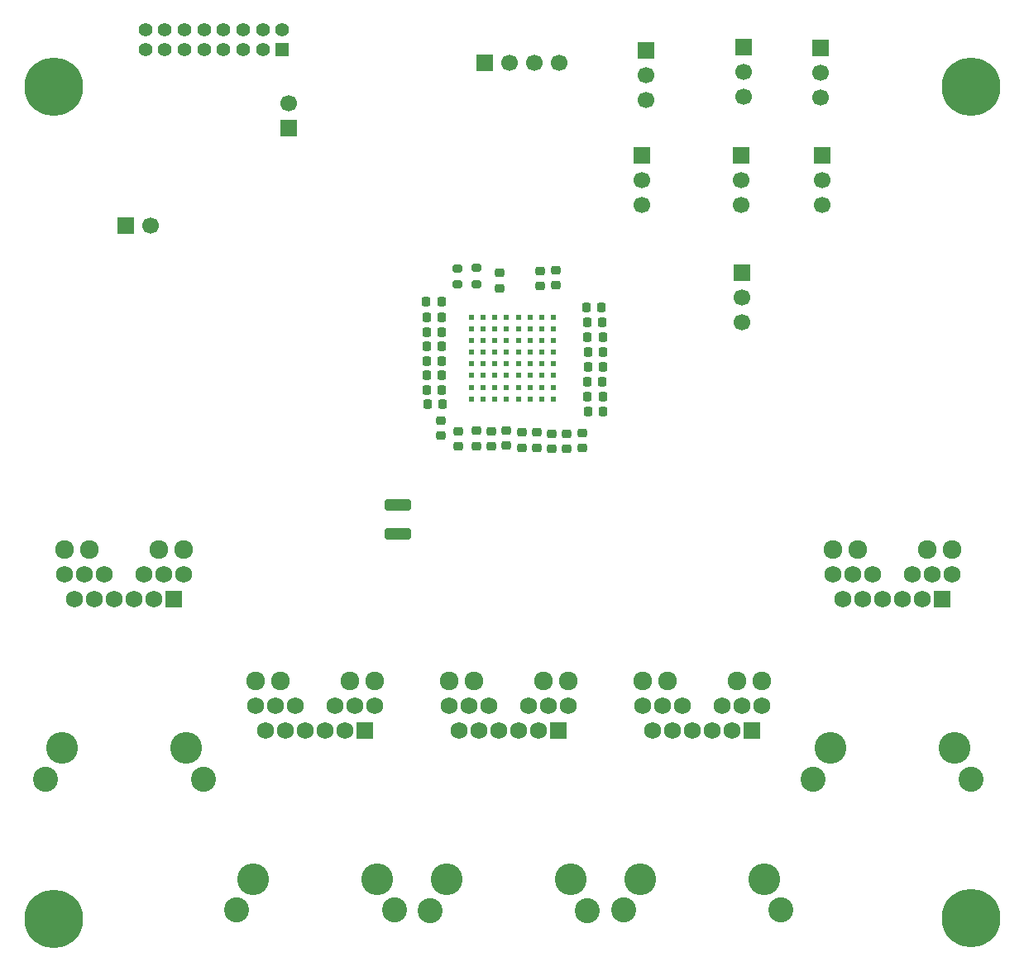
<source format=gbr>
%TF.GenerationSoftware,KiCad,Pcbnew,9.0.4*%
%TF.CreationDate,2025-09-18T12:22:58-07:00*%
%TF.ProjectId,periph_ethernet_switch,70657269-7068-45f6-9574-6865726e6574,rev?*%
%TF.SameCoordinates,Original*%
%TF.FileFunction,Soldermask,Bot*%
%TF.FilePolarity,Negative*%
%FSLAX46Y46*%
G04 Gerber Fmt 4.6, Leading zero omitted, Abs format (unit mm)*
G04 Created by KiCad (PCBNEW 9.0.4) date 2025-09-18 12:22:58*
%MOMM*%
%LPD*%
G01*
G04 APERTURE LIST*
G04 Aperture macros list*
%AMRoundRect*
0 Rectangle with rounded corners*
0 $1 Rounding radius*
0 $2 $3 $4 $5 $6 $7 $8 $9 X,Y pos of 4 corners*
0 Add a 4 corners polygon primitive as box body*
4,1,4,$2,$3,$4,$5,$6,$7,$8,$9,$2,$3,0*
0 Add four circle primitives for the rounded corners*
1,1,$1+$1,$2,$3*
1,1,$1+$1,$4,$5*
1,1,$1+$1,$6,$7*
1,1,$1+$1,$8,$9*
0 Add four rect primitives between the rounded corners*
20,1,$1+$1,$2,$3,$4,$5,0*
20,1,$1+$1,$4,$5,$6,$7,0*
20,1,$1+$1,$6,$7,$8,$9,0*
20,1,$1+$1,$8,$9,$2,$3,0*%
G04 Aperture macros list end*
%ADD10C,3.251200*%
%ADD11RoundRect,0.102000X0.762000X0.762000X-0.762000X0.762000X-0.762000X-0.762000X0.762000X-0.762000X0*%
%ADD12C,1.728000*%
%ADD13C,1.918500*%
%ADD14C,2.566200*%
%ADD15R,1.400000X1.400000*%
%ADD16C,1.400000*%
%ADD17R,1.700000X1.700000*%
%ADD18C,1.700000*%
%ADD19C,6.000000*%
%ADD20C,0.610000*%
%ADD21RoundRect,0.225000X0.225000X0.250000X-0.225000X0.250000X-0.225000X-0.250000X0.225000X-0.250000X0*%
%ADD22RoundRect,0.200000X0.275000X-0.200000X0.275000X0.200000X-0.275000X0.200000X-0.275000X-0.200000X0*%
%ADD23RoundRect,0.225000X-0.225000X-0.250000X0.225000X-0.250000X0.225000X0.250000X-0.225000X0.250000X0*%
%ADD24RoundRect,0.225000X-0.250000X0.225000X-0.250000X-0.225000X0.250000X-0.225000X0.250000X0.225000X0*%
%ADD25RoundRect,0.225000X0.250000X-0.225000X0.250000X0.225000X-0.250000X0.225000X-0.250000X-0.225000X0*%
%ADD26RoundRect,0.250000X1.100000X-0.325000X1.100000X0.325000X-1.100000X0.325000X-1.100000X-0.325000X0*%
G04 APERTURE END LIST*
D10*
%TO.C,J1*%
X145212453Y-148580348D03*
X132512453Y-148580348D03*
D11*
X143942453Y-133340348D03*
D12*
X141910453Y-133340348D03*
X139878453Y-133340348D03*
X137846453Y-133340348D03*
X135814453Y-133340348D03*
X133782453Y-133340348D03*
X144958453Y-130800347D03*
X142926453Y-130800347D03*
X140894453Y-130800347D03*
X136830453Y-130800347D03*
X134798453Y-130800347D03*
X132766453Y-130800347D03*
D13*
X144958453Y-128260348D03*
X142418453Y-128260348D03*
X135306453Y-128260348D03*
X132766453Y-128260348D03*
D14*
X146926954Y-151755348D03*
X130797952Y-151755348D03*
%TD*%
D10*
%TO.C,J3*%
X184790024Y-148582867D03*
X172090024Y-148582867D03*
D11*
X183520024Y-133342867D03*
D12*
X181488024Y-133342867D03*
X179456024Y-133342867D03*
X177424024Y-133342867D03*
X175392024Y-133342867D03*
X173360024Y-133342867D03*
X184536024Y-130802866D03*
X182504024Y-130802866D03*
X180472024Y-130802866D03*
X176408024Y-130802866D03*
X174376024Y-130802866D03*
X172344024Y-130802866D03*
D13*
X184536024Y-128262867D03*
X181996024Y-128262867D03*
X174884024Y-128262867D03*
X172344024Y-128262867D03*
D14*
X186504525Y-151757867D03*
X170375523Y-151757867D03*
%TD*%
D15*
%TO.C,CN1*%
X135450000Y-63570000D03*
D16*
X135450000Y-61570000D03*
X133450000Y-63570000D03*
X133450000Y-61570000D03*
X131450000Y-63570000D03*
X131450000Y-61570000D03*
X129450000Y-63570000D03*
X129450000Y-61570000D03*
X127450000Y-63570000D03*
X127450000Y-61570000D03*
X125450000Y-63570000D03*
X125450000Y-61570000D03*
X123450000Y-63570000D03*
X123450000Y-61570000D03*
X121450000Y-63570000D03*
X121450000Y-61570000D03*
%TD*%
D10*
%TO.C,J4*%
X204229999Y-135153096D03*
X191529999Y-135153096D03*
D11*
X202959999Y-119913096D03*
D12*
X200927999Y-119913096D03*
X198895999Y-119913096D03*
X196863999Y-119913096D03*
X194831999Y-119913096D03*
X192799999Y-119913096D03*
X203975999Y-117373095D03*
X201943999Y-117373095D03*
X199911999Y-117373095D03*
X195847999Y-117373095D03*
X193815999Y-117373095D03*
X191783999Y-117373095D03*
D13*
X203975999Y-114833096D03*
X201435999Y-114833096D03*
X194323999Y-114833096D03*
X191783999Y-114833096D03*
D14*
X205944500Y-138328096D03*
X189815498Y-138328096D03*
%TD*%
D17*
%TO.C,J10*%
X190760000Y-74450000D03*
D18*
X190760000Y-76990000D03*
X190760000Y-79530000D03*
%TD*%
D17*
%TO.C,J13*%
X156210000Y-64970000D03*
D18*
X158750000Y-64970000D03*
X161289999Y-64970000D03*
X163830000Y-64970000D03*
%TD*%
D17*
%TO.C,J6*%
X172700000Y-63700000D03*
D18*
X172700000Y-66240000D03*
X172700000Y-68780000D03*
%TD*%
D17*
%TO.C,J7*%
X182650000Y-63330000D03*
D18*
X182650000Y-65870000D03*
X182650000Y-68410000D03*
%TD*%
D17*
%TO.C,J12*%
X182470000Y-86450001D03*
D18*
X182470000Y-88990001D03*
X182470000Y-91530000D03*
%TD*%
D10*
%TO.C,J2*%
X164979999Y-148600000D03*
X152279999Y-148600000D03*
D11*
X163709999Y-133360000D03*
D12*
X161677999Y-133360000D03*
X159645999Y-133360000D03*
X157613999Y-133360000D03*
X155581999Y-133360000D03*
X153549999Y-133360000D03*
X164725999Y-130819999D03*
X162693999Y-130819999D03*
X160661999Y-130819999D03*
X156597999Y-130819999D03*
X154565999Y-130819999D03*
X152533999Y-130819999D03*
D13*
X164725999Y-128280000D03*
X162185999Y-128280000D03*
X155073999Y-128280000D03*
X152533999Y-128280000D03*
D14*
X166694500Y-151775000D03*
X150565498Y-151775000D03*
%TD*%
D10*
%TO.C,J5*%
X125641765Y-135155191D03*
X112941765Y-135155191D03*
D11*
X124371765Y-119915191D03*
D12*
X122339765Y-119915191D03*
X120307765Y-119915191D03*
X118275765Y-119915191D03*
X116243765Y-119915191D03*
X114211765Y-119915191D03*
X125387765Y-117375190D03*
X123355765Y-117375190D03*
X121323765Y-117375190D03*
X117259765Y-117375190D03*
X115227765Y-117375190D03*
X113195765Y-117375190D03*
D13*
X125387765Y-114835191D03*
X122847765Y-114835191D03*
X115735765Y-114835191D03*
X113195765Y-114835191D03*
D14*
X127356266Y-138330191D03*
X111227264Y-138330191D03*
%TD*%
D19*
%TO.C,H1*%
X205920000Y-67400000D03*
%TD*%
D17*
%TO.C,J14*%
X136119999Y-71635000D03*
D18*
X136119999Y-69095000D03*
%TD*%
D17*
%TO.C,J8*%
X182440000Y-74430000D03*
D18*
X182440000Y-76970000D03*
X182440000Y-79510000D03*
%TD*%
D19*
%TO.C,H4*%
X205920000Y-152610000D03*
%TD*%
%TO.C,H3*%
X112070000Y-152620000D03*
%TD*%
D20*
%TO.C,U1*%
X154819999Y-90982096D03*
X154819999Y-92182096D03*
X154819999Y-93382096D03*
X154819999Y-94582096D03*
X154819999Y-95782096D03*
X154819999Y-96982096D03*
X154819999Y-98182096D03*
X154819999Y-99382096D03*
X156019999Y-90982096D03*
X156019999Y-92182096D03*
X156019999Y-93382096D03*
X156019999Y-94582096D03*
X156019999Y-95782096D03*
X156019999Y-96982096D03*
X156019999Y-98182096D03*
X156019999Y-99382096D03*
X157219999Y-90982096D03*
X157219999Y-92182096D03*
X157219999Y-93382096D03*
X157219999Y-94582096D03*
X157219999Y-95782096D03*
X157219999Y-96982096D03*
X157219999Y-98182096D03*
X157219999Y-99382096D03*
X158419999Y-90982096D03*
X158419999Y-92182096D03*
X158419999Y-93382096D03*
X158419999Y-94582096D03*
X158419999Y-95782096D03*
X158419999Y-96982096D03*
X158419999Y-98182096D03*
X158419999Y-99382096D03*
X159619999Y-90982096D03*
X159619999Y-92182096D03*
X159619999Y-93382096D03*
X159619999Y-94582096D03*
X159619999Y-95782096D03*
X159619999Y-96982096D03*
X159619999Y-98182096D03*
X159619999Y-99382096D03*
X160819999Y-90982096D03*
X160819999Y-92182096D03*
X160819999Y-93382096D03*
X160819999Y-94582096D03*
X160819999Y-95782096D03*
X160819999Y-96982096D03*
X160819999Y-98182096D03*
X160819999Y-99382096D03*
X162019999Y-90982096D03*
X162019999Y-92182096D03*
X162019999Y-93382096D03*
X162019999Y-94582096D03*
X162019999Y-95782096D03*
X162019999Y-96982096D03*
X162019999Y-98182096D03*
X162019999Y-99382096D03*
X163219999Y-90982096D03*
X163219999Y-92182096D03*
X163219999Y-93382096D03*
X163219999Y-94582096D03*
X163219999Y-95782096D03*
X163219999Y-96982096D03*
X163219999Y-98182096D03*
X163219999Y-99382096D03*
%TD*%
D17*
%TO.C,J11*%
X172300000Y-74440001D03*
D18*
X172300000Y-76980001D03*
X172300000Y-79520000D03*
%TD*%
D17*
%TO.C,J15*%
X119469999Y-81637499D03*
D18*
X122009999Y-81637499D03*
%TD*%
D17*
%TO.C,J9*%
X190520000Y-63390000D03*
D18*
X190520000Y-65930000D03*
X190520000Y-68470000D03*
%TD*%
D19*
%TO.C,H2*%
X112060000Y-67390000D03*
%TD*%
D21*
%TO.C,C31*%
X151750000Y-89430000D03*
X150200000Y-89430000D03*
%TD*%
D22*
%TO.C,R28*%
X153390000Y-87655000D03*
X153390000Y-86005000D03*
%TD*%
D21*
%TO.C,C5*%
X151780000Y-92520000D03*
X150230000Y-92520000D03*
%TD*%
D23*
%TO.C,C29*%
X166565000Y-90000000D03*
X168115000Y-90000000D03*
%TD*%
D22*
%TO.C,R27*%
X155340000Y-87605000D03*
X155340000Y-85955000D03*
%TD*%
D23*
%TO.C,C30*%
X166705000Y-93070000D03*
X168255000Y-93070000D03*
%TD*%
D21*
%TO.C,C8*%
X151805000Y-96980000D03*
X150255000Y-96980000D03*
%TD*%
%TO.C,C4*%
X151785000Y-94010000D03*
X150235000Y-94010000D03*
%TD*%
%TO.C,C11*%
X151865000Y-99950000D03*
X150315000Y-99950000D03*
%TD*%
D24*
%TO.C,C26*%
X166190000Y-102845000D03*
X166190000Y-104395000D03*
%TD*%
%TO.C,C14*%
X155340000Y-102655000D03*
X155340000Y-104205000D03*
%TD*%
D23*
%TO.C,C53*%
X166725000Y-94560000D03*
X168275000Y-94560000D03*
%TD*%
D24*
%TO.C,C19*%
X163050000Y-102925000D03*
X163050000Y-104475000D03*
%TD*%
%TO.C,C27*%
X164590000Y-102925000D03*
X164590000Y-104475000D03*
%TD*%
D23*
%TO.C,C25*%
X166730000Y-100710000D03*
X168280000Y-100710000D03*
%TD*%
D24*
%TO.C,C16*%
X158410000Y-102625000D03*
X158410000Y-104175000D03*
%TD*%
D23*
%TO.C,C21*%
X166660000Y-91550000D03*
X168210000Y-91550000D03*
%TD*%
D24*
%TO.C,C12*%
X151730000Y-101585000D03*
X151730000Y-103135000D03*
%TD*%
D25*
%TO.C,C52*%
X161890000Y-87785000D03*
X161890000Y-86235000D03*
%TD*%
D24*
%TO.C,C18*%
X161490000Y-102815000D03*
X161490000Y-104365000D03*
%TD*%
D21*
%TO.C,C7*%
X151795000Y-95490000D03*
X150245000Y-95490000D03*
%TD*%
D25*
%TO.C,C2*%
X163430000Y-87705000D03*
X163430000Y-86155000D03*
%TD*%
D21*
%TO.C,C6*%
X151770000Y-90990000D03*
X150220000Y-90990000D03*
%TD*%
%TO.C,C9*%
X151815000Y-98470000D03*
X150265000Y-98470000D03*
%TD*%
D25*
%TO.C,C3*%
X157710000Y-88015000D03*
X157710000Y-86465000D03*
%TD*%
D23*
%TO.C,C23*%
X166685000Y-97600000D03*
X168235000Y-97600000D03*
%TD*%
%TO.C,C22*%
X166730000Y-96080000D03*
X168280000Y-96080000D03*
%TD*%
D26*
%TO.C,C57*%
X147300000Y-113215001D03*
X147300000Y-110264999D03*
%TD*%
D23*
%TO.C,C24*%
X166715000Y-99170000D03*
X168265000Y-99170000D03*
%TD*%
D24*
%TO.C,C17*%
X160020000Y-102815000D03*
X160020000Y-104365000D03*
%TD*%
%TO.C,C15*%
X156850000Y-102685000D03*
X156850000Y-104235000D03*
%TD*%
%TO.C,C13*%
X153500000Y-102695000D03*
X153500000Y-104245000D03*
%TD*%
M02*

</source>
